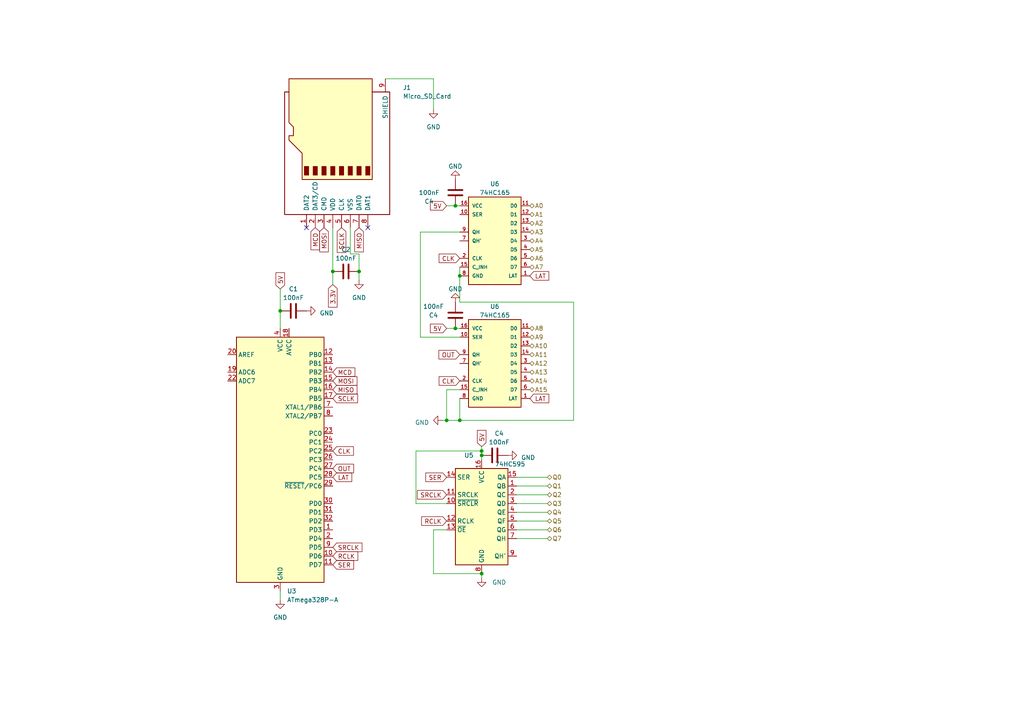
<source format=kicad_sch>
(kicad_sch (version 20230121) (generator eeschema)

  (uuid 868e28ef-dd19-4940-88eb-0fb0a1be87fa)

  (paper "A4")

  (lib_symbols
    (symbol "74xx:74HC595" (in_bom yes) (on_board yes)
      (property "Reference" "U" (at -7.62 13.97 0)
        (effects (font (size 1.27 1.27)))
      )
      (property "Value" "74HC595" (at -7.62 -16.51 0)
        (effects (font (size 1.27 1.27)))
      )
      (property "Footprint" "" (at 0 0 0)
        (effects (font (size 1.27 1.27)) hide)
      )
      (property "Datasheet" "http://www.ti.com/lit/ds/symlink/sn74hc595.pdf" (at 0 0 0)
        (effects (font (size 1.27 1.27)) hide)
      )
      (property "ki_keywords" "HCMOS SR 3State" (at 0 0 0)
        (effects (font (size 1.27 1.27)) hide)
      )
      (property "ki_description" "8-bit serial in/out Shift Register 3-State Outputs" (at 0 0 0)
        (effects (font (size 1.27 1.27)) hide)
      )
      (property "ki_fp_filters" "DIP*W7.62mm* SOIC*3.9x9.9mm*P1.27mm* TSSOP*4.4x5mm*P0.65mm* SOIC*5.3x10.2mm*P1.27mm* SOIC*7.5x10.3mm*P1.27mm*" (at 0 0 0)
        (effects (font (size 1.27 1.27)) hide)
      )
      (symbol "74HC595_1_0"
        (pin tri_state line (at 10.16 7.62 180) (length 2.54)
          (name "QB" (effects (font (size 1.27 1.27))))
          (number "1" (effects (font (size 1.27 1.27))))
        )
        (pin input line (at -10.16 2.54 0) (length 2.54)
          (name "~{SRCLR}" (effects (font (size 1.27 1.27))))
          (number "10" (effects (font (size 1.27 1.27))))
        )
        (pin input line (at -10.16 5.08 0) (length 2.54)
          (name "SRCLK" (effects (font (size 1.27 1.27))))
          (number "11" (effects (font (size 1.27 1.27))))
        )
        (pin input line (at -10.16 -2.54 0) (length 2.54)
          (name "RCLK" (effects (font (size 1.27 1.27))))
          (number "12" (effects (font (size 1.27 1.27))))
        )
        (pin input line (at -10.16 -5.08 0) (length 2.54)
          (name "~{OE}" (effects (font (size 1.27 1.27))))
          (number "13" (effects (font (size 1.27 1.27))))
        )
        (pin input line (at -10.16 10.16 0) (length 2.54)
          (name "SER" (effects (font (size 1.27 1.27))))
          (number "14" (effects (font (size 1.27 1.27))))
        )
        (pin tri_state line (at 10.16 10.16 180) (length 2.54)
          (name "QA" (effects (font (size 1.27 1.27))))
          (number "15" (effects (font (size 1.27 1.27))))
        )
        (pin power_in line (at 0 15.24 270) (length 2.54)
          (name "VCC" (effects (font (size 1.27 1.27))))
          (number "16" (effects (font (size 1.27 1.27))))
        )
        (pin tri_state line (at 10.16 5.08 180) (length 2.54)
          (name "QC" (effects (font (size 1.27 1.27))))
          (number "2" (effects (font (size 1.27 1.27))))
        )
        (pin tri_state line (at 10.16 2.54 180) (length 2.54)
          (name "QD" (effects (font (size 1.27 1.27))))
          (number "3" (effects (font (size 1.27 1.27))))
        )
        (pin tri_state line (at 10.16 0 180) (length 2.54)
          (name "QE" (effects (font (size 1.27 1.27))))
          (number "4" (effects (font (size 1.27 1.27))))
        )
        (pin tri_state line (at 10.16 -2.54 180) (length 2.54)
          (name "QF" (effects (font (size 1.27 1.27))))
          (number "5" (effects (font (size 1.27 1.27))))
        )
        (pin tri_state line (at 10.16 -5.08 180) (length 2.54)
          (name "QG" (effects (font (size 1.27 1.27))))
          (number "6" (effects (font (size 1.27 1.27))))
        )
        (pin tri_state line (at 10.16 -7.62 180) (length 2.54)
          (name "QH" (effects (font (size 1.27 1.27))))
          (number "7" (effects (font (size 1.27 1.27))))
        )
        (pin power_in line (at 0 -17.78 90) (length 2.54)
          (name "GND" (effects (font (size 1.27 1.27))))
          (number "8" (effects (font (size 1.27 1.27))))
        )
        (pin output line (at 10.16 -12.7 180) (length 2.54)
          (name "QH'" (effects (font (size 1.27 1.27))))
          (number "9" (effects (font (size 1.27 1.27))))
        )
      )
      (symbol "74HC595_1_1"
        (rectangle (start -7.62 12.7) (end 7.62 -15.24)
          (stroke (width 0.254) (type default))
          (fill (type background))
        )
      )
    )
    (symbol "Connector:Micro_SD_Card" (pin_names (offset 1.016)) (in_bom yes) (on_board yes)
      (property "Reference" "J" (at -16.51 15.24 0)
        (effects (font (size 1.27 1.27)))
      )
      (property "Value" "Micro_SD_Card" (at 16.51 15.24 0)
        (effects (font (size 1.27 1.27)) (justify right))
      )
      (property "Footprint" "" (at 29.21 7.62 0)
        (effects (font (size 1.27 1.27)) hide)
      )
      (property "Datasheet" "http://katalog.we-online.de/em/datasheet/693072010801.pdf" (at 0 0 0)
        (effects (font (size 1.27 1.27)) hide)
      )
      (property "ki_keywords" "connector SD microsd" (at 0 0 0)
        (effects (font (size 1.27 1.27)) hide)
      )
      (property "ki_description" "Micro SD Card Socket" (at 0 0 0)
        (effects (font (size 1.27 1.27)) hide)
      )
      (property "ki_fp_filters" "microSD*" (at 0 0 0)
        (effects (font (size 1.27 1.27)) hide)
      )
      (symbol "Micro_SD_Card_0_1"
        (rectangle (start -7.62 -9.525) (end -5.08 -10.795)
          (stroke (width 0) (type default))
          (fill (type outline))
        )
        (rectangle (start -7.62 -6.985) (end -5.08 -8.255)
          (stroke (width 0) (type default))
          (fill (type outline))
        )
        (rectangle (start -7.62 -4.445) (end -5.08 -5.715)
          (stroke (width 0) (type default))
          (fill (type outline))
        )
        (rectangle (start -7.62 -1.905) (end -5.08 -3.175)
          (stroke (width 0) (type default))
          (fill (type outline))
        )
        (rectangle (start -7.62 0.635) (end -5.08 -0.635)
          (stroke (width 0) (type default))
          (fill (type outline))
        )
        (rectangle (start -7.62 3.175) (end -5.08 1.905)
          (stroke (width 0) (type default))
          (fill (type outline))
        )
        (rectangle (start -7.62 5.715) (end -5.08 4.445)
          (stroke (width 0) (type default))
          (fill (type outline))
        )
        (rectangle (start -7.62 8.255) (end -5.08 6.985)
          (stroke (width 0) (type default))
          (fill (type outline))
        )
        (polyline
          (pts
            (xy 16.51 12.7)
            (xy 16.51 13.97)
            (xy -19.05 13.97)
            (xy -19.05 -16.51)
            (xy 16.51 -16.51)
            (xy 16.51 -11.43)
          )
          (stroke (width 0.254) (type default))
          (fill (type none))
        )
        (polyline
          (pts
            (xy -8.89 -11.43)
            (xy -8.89 8.89)
            (xy -1.27 8.89)
            (xy 2.54 12.7)
            (xy 3.81 12.7)
            (xy 3.81 11.43)
            (xy 6.35 11.43)
            (xy 7.62 12.7)
            (xy 20.32 12.7)
            (xy 20.32 -11.43)
            (xy -8.89 -11.43)
          )
          (stroke (width 0.254) (type default))
          (fill (type background))
        )
      )
      (symbol "Micro_SD_Card_1_1"
        (pin bidirectional line (at -22.86 7.62 0) (length 3.81)
          (name "DAT2" (effects (font (size 1.27 1.27))))
          (number "1" (effects (font (size 1.27 1.27))))
        )
        (pin bidirectional line (at -22.86 5.08 0) (length 3.81)
          (name "DAT3/CD" (effects (font (size 1.27 1.27))))
          (number "2" (effects (font (size 1.27 1.27))))
        )
        (pin input line (at -22.86 2.54 0) (length 3.81)
          (name "CMD" (effects (font (size 1.27 1.27))))
          (number "3" (effects (font (size 1.27 1.27))))
        )
        (pin power_in line (at -22.86 0 0) (length 3.81)
          (name "VDD" (effects (font (size 1.27 1.27))))
          (number "4" (effects (font (size 1.27 1.27))))
        )
        (pin input line (at -22.86 -2.54 0) (length 3.81)
          (name "CLK" (effects (font (size 1.27 1.27))))
          (number "5" (effects (font (size 1.27 1.27))))
        )
        (pin power_in line (at -22.86 -5.08 0) (length 3.81)
          (name "VSS" (effects (font (size 1.27 1.27))))
          (number "6" (effects (font (size 1.27 1.27))))
        )
        (pin bidirectional line (at -22.86 -7.62 0) (length 3.81)
          (name "DAT0" (effects (font (size 1.27 1.27))))
          (number "7" (effects (font (size 1.27 1.27))))
        )
        (pin bidirectional line (at -22.86 -10.16 0) (length 3.81)
          (name "DAT1" (effects (font (size 1.27 1.27))))
          (number "8" (effects (font (size 1.27 1.27))))
        )
        (pin passive line (at 20.32 -15.24 180) (length 3.81)
          (name "SHIELD" (effects (font (size 1.27 1.27))))
          (number "9" (effects (font (size 1.27 1.27))))
        )
      )
    )
    (symbol "Device:C" (pin_numbers hide) (pin_names (offset 0.254)) (in_bom yes) (on_board yes)
      (property "Reference" "C" (at 0.635 2.54 0)
        (effects (font (size 1.27 1.27)) (justify left))
      )
      (property "Value" "C" (at 0.635 -2.54 0)
        (effects (font (size 1.27 1.27)) (justify left))
      )
      (property "Footprint" "" (at 0.9652 -3.81 0)
        (effects (font (size 1.27 1.27)) hide)
      )
      (property "Datasheet" "~" (at 0 0 0)
        (effects (font (size 1.27 1.27)) hide)
      )
      (property "ki_keywords" "cap capacitor" (at 0 0 0)
        (effects (font (size 1.27 1.27)) hide)
      )
      (property "ki_description" "Unpolarized capacitor" (at 0 0 0)
        (effects (font (size 1.27 1.27)) hide)
      )
      (property "ki_fp_filters" "C_*" (at 0 0 0)
        (effects (font (size 1.27 1.27)) hide)
      )
      (symbol "C_0_1"
        (polyline
          (pts
            (xy -2.032 -0.762)
            (xy 2.032 -0.762)
          )
          (stroke (width 0.508) (type default))
          (fill (type none))
        )
        (polyline
          (pts
            (xy -2.032 0.762)
            (xy 2.032 0.762)
          )
          (stroke (width 0.508) (type default))
          (fill (type none))
        )
      )
      (symbol "C_1_1"
        (pin passive line (at 0 3.81 270) (length 2.794)
          (name "~" (effects (font (size 1.27 1.27))))
          (number "1" (effects (font (size 1.27 1.27))))
        )
        (pin passive line (at 0 -3.81 90) (length 2.794)
          (name "~" (effects (font (size 1.27 1.27))))
          (number "2" (effects (font (size 1.27 1.27))))
        )
      )
    )
    (symbol "IO_parts:74HC165" (pin_names (offset 1.016)) (in_bom yes) (on_board yes)
      (property "Reference" "U" (at -7.6307 20.3485 0)
        (effects (font (size 1.27 1.27)) (justify left bottom))
      )
      (property "Value" "74HC165" (at -7.6314 17.8066 0)
        (effects (font (size 1.27 1.27)) (justify left bottom))
      )
      (property "Footprint" "" (at 0 0 0)
        (effects (font (size 1.27 1.27)) hide)
      )
      (property "Datasheet" "" (at 0 0 0)
        (effects (font (size 1.27 1.27)) hide)
      )
      (symbol "74HC165_0_0"
        (rectangle (start -7.62 -7.62) (end 7.62 17.78)
          (stroke (width 0.254) (type default))
          (fill (type background))
        )
        (pin bidirectional line (at 10.16 -5.08 180) (length 2.54)
          (name "LAT" (effects (font (size 1.016 1.016))))
          (number "1" (effects (font (size 1.016 1.016))))
        )
        (pin bidirectional line (at -10.16 12.7 0) (length 2.54)
          (name "SER" (effects (font (size 1.016 1.016))))
          (number "10" (effects (font (size 1.016 1.016))))
        )
        (pin bidirectional line (at 10.16 15.24 180) (length 2.54)
          (name "D0" (effects (font (size 1.016 1.016))))
          (number "11" (effects (font (size 1.016 1.016))))
        )
        (pin bidirectional line (at 10.16 12.7 180) (length 2.54)
          (name "D1" (effects (font (size 1.016 1.016))))
          (number "12" (effects (font (size 1.016 1.016))))
        )
        (pin bidirectional line (at 10.16 10.16 180) (length 2.54)
          (name "D2" (effects (font (size 1.016 1.016))))
          (number "13" (effects (font (size 1.016 1.016))))
        )
        (pin bidirectional line (at 10.16 7.62 180) (length 2.54)
          (name "D3" (effects (font (size 1.016 1.016))))
          (number "14" (effects (font (size 1.016 1.016))))
        )
        (pin bidirectional line (at -10.16 -2.54 0) (length 2.54)
          (name "C_INH" (effects (font (size 1.016 1.016))))
          (number "15" (effects (font (size 1.016 1.016))))
        )
        (pin bidirectional line (at -10.16 15.24 0) (length 2.54)
          (name "VCC" (effects (font (size 1.016 1.016))))
          (number "16" (effects (font (size 1.016 1.016))))
        )
        (pin bidirectional line (at -10.16 0 0) (length 2.54)
          (name "CLK" (effects (font (size 1.016 1.016))))
          (number "2" (effects (font (size 1.016 1.016))))
        )
        (pin bidirectional line (at 10.16 5.08 180) (length 2.54)
          (name "D4" (effects (font (size 1.016 1.016))))
          (number "3" (effects (font (size 1.016 1.016))))
        )
        (pin bidirectional line (at 10.16 2.54 180) (length 2.54)
          (name "D5" (effects (font (size 1.016 1.016))))
          (number "4" (effects (font (size 1.016 1.016))))
        )
        (pin bidirectional line (at 10.16 0 180) (length 2.54)
          (name "D6" (effects (font (size 1.016 1.016))))
          (number "5" (effects (font (size 1.016 1.016))))
        )
        (pin bidirectional line (at 10.16 -2.54 180) (length 2.54)
          (name "D7" (effects (font (size 1.016 1.016))))
          (number "6" (effects (font (size 1.016 1.016))))
        )
        (pin bidirectional line (at -10.16 5.08 0) (length 2.54)
          (name "QH'" (effects (font (size 1.016 1.016))))
          (number "7" (effects (font (size 1.016 1.016))))
        )
        (pin bidirectional line (at -10.16 -5.08 0) (length 2.54)
          (name "GND" (effects (font (size 1.016 1.016))))
          (number "8" (effects (font (size 1.016 1.016))))
        )
        (pin bidirectional line (at -10.16 7.62 0) (length 2.54)
          (name "QH" (effects (font (size 1.016 1.016))))
          (number "9" (effects (font (size 1.016 1.016))))
        )
      )
    )
    (symbol "MCU_Microchip_ATmega:ATmega328P-A" (in_bom yes) (on_board yes)
      (property "Reference" "U" (at -12.7 36.83 0)
        (effects (font (size 1.27 1.27)) (justify left bottom))
      )
      (property "Value" "ATmega328P-A" (at 2.54 -36.83 0)
        (effects (font (size 1.27 1.27)) (justify left top))
      )
      (property "Footprint" "Package_QFP:TQFP-32_7x7mm_P0.8mm" (at 0 0 0)
        (effects (font (size 1.27 1.27) italic) hide)
      )
      (property "Datasheet" "http://ww1.microchip.com/downloads/en/DeviceDoc/ATmega328_P%20AVR%20MCU%20with%20picoPower%20Technology%20Data%20Sheet%2040001984A.pdf" (at 0 0 0)
        (effects (font (size 1.27 1.27)) hide)
      )
      (property "ki_keywords" "AVR 8bit Microcontroller MegaAVR PicoPower" (at 0 0 0)
        (effects (font (size 1.27 1.27)) hide)
      )
      (property "ki_description" "20MHz, 32kB Flash, 2kB SRAM, 1kB EEPROM, TQFP-32" (at 0 0 0)
        (effects (font (size 1.27 1.27)) hide)
      )
      (property "ki_fp_filters" "TQFP*7x7mm*P0.8mm*" (at 0 0 0)
        (effects (font (size 1.27 1.27)) hide)
      )
      (symbol "ATmega328P-A_0_1"
        (rectangle (start -12.7 -35.56) (end 12.7 35.56)
          (stroke (width 0.254) (type default))
          (fill (type background))
        )
      )
      (symbol "ATmega328P-A_1_1"
        (pin bidirectional line (at 15.24 -20.32 180) (length 2.54)
          (name "PD3" (effects (font (size 1.27 1.27))))
          (number "1" (effects (font (size 1.27 1.27))))
        )
        (pin bidirectional line (at 15.24 -27.94 180) (length 2.54)
          (name "PD6" (effects (font (size 1.27 1.27))))
          (number "10" (effects (font (size 1.27 1.27))))
        )
        (pin bidirectional line (at 15.24 -30.48 180) (length 2.54)
          (name "PD7" (effects (font (size 1.27 1.27))))
          (number "11" (effects (font (size 1.27 1.27))))
        )
        (pin bidirectional line (at 15.24 30.48 180) (length 2.54)
          (name "PB0" (effects (font (size 1.27 1.27))))
          (number "12" (effects (font (size 1.27 1.27))))
        )
        (pin bidirectional line (at 15.24 27.94 180) (length 2.54)
          (name "PB1" (effects (font (size 1.27 1.27))))
          (number "13" (effects (font (size 1.27 1.27))))
        )
        (pin bidirectional line (at 15.24 25.4 180) (length 2.54)
          (name "PB2" (effects (font (size 1.27 1.27))))
          (number "14" (effects (font (size 1.27 1.27))))
        )
        (pin bidirectional line (at 15.24 22.86 180) (length 2.54)
          (name "PB3" (effects (font (size 1.27 1.27))))
          (number "15" (effects (font (size 1.27 1.27))))
        )
        (pin bidirectional line (at 15.24 20.32 180) (length 2.54)
          (name "PB4" (effects (font (size 1.27 1.27))))
          (number "16" (effects (font (size 1.27 1.27))))
        )
        (pin bidirectional line (at 15.24 17.78 180) (length 2.54)
          (name "PB5" (effects (font (size 1.27 1.27))))
          (number "17" (effects (font (size 1.27 1.27))))
        )
        (pin power_in line (at 2.54 38.1 270) (length 2.54)
          (name "AVCC" (effects (font (size 1.27 1.27))))
          (number "18" (effects (font (size 1.27 1.27))))
        )
        (pin input line (at -15.24 25.4 0) (length 2.54)
          (name "ADC6" (effects (font (size 1.27 1.27))))
          (number "19" (effects (font (size 1.27 1.27))))
        )
        (pin bidirectional line (at 15.24 -22.86 180) (length 2.54)
          (name "PD4" (effects (font (size 1.27 1.27))))
          (number "2" (effects (font (size 1.27 1.27))))
        )
        (pin passive line (at -15.24 30.48 0) (length 2.54)
          (name "AREF" (effects (font (size 1.27 1.27))))
          (number "20" (effects (font (size 1.27 1.27))))
        )
        (pin passive line (at 0 -38.1 90) (length 2.54) hide
          (name "GND" (effects (font (size 1.27 1.27))))
          (number "21" (effects (font (size 1.27 1.27))))
        )
        (pin input line (at -15.24 22.86 0) (length 2.54)
          (name "ADC7" (effects (font (size 1.27 1.27))))
          (number "22" (effects (font (size 1.27 1.27))))
        )
        (pin bidirectional line (at 15.24 7.62 180) (length 2.54)
          (name "PC0" (effects (font (size 1.27 1.27))))
          (number "23" (effects (font (size 1.27 1.27))))
        )
        (pin bidirectional line (at 15.24 5.08 180) (length 2.54)
          (name "PC1" (effects (font (size 1.27 1.27))))
          (number "24" (effects (font (size 1.27 1.27))))
        )
        (pin bidirectional line (at 15.24 2.54 180) (length 2.54)
          (name "PC2" (effects (font (size 1.27 1.27))))
          (number "25" (effects (font (size 1.27 1.27))))
        )
        (pin bidirectional line (at 15.24 0 180) (length 2.54)
          (name "PC3" (effects (font (size 1.27 1.27))))
          (number "26" (effects (font (size 1.27 1.27))))
        )
        (pin bidirectional line (at 15.24 -2.54 180) (length 2.54)
          (name "PC4" (effects (font (size 1.27 1.27))))
          (number "27" (effects (font (size 1.27 1.27))))
        )
        (pin bidirectional line (at 15.24 -5.08 180) (length 2.54)
          (name "PC5" (effects (font (size 1.27 1.27))))
          (number "28" (effects (font (size 1.27 1.27))))
        )
        (pin bidirectional line (at 15.24 -7.62 180) (length 2.54)
          (name "~{RESET}/PC6" (effects (font (size 1.27 1.27))))
          (number "29" (effects (font (size 1.27 1.27))))
        )
        (pin power_in line (at 0 -38.1 90) (length 2.54)
          (name "GND" (effects (font (size 1.27 1.27))))
          (number "3" (effects (font (size 1.27 1.27))))
        )
        (pin bidirectional line (at 15.24 -12.7 180) (length 2.54)
          (name "PD0" (effects (font (size 1.27 1.27))))
          (number "30" (effects (font (size 1.27 1.27))))
        )
        (pin bidirectional line (at 15.24 -15.24 180) (length 2.54)
          (name "PD1" (effects (font (size 1.27 1.27))))
          (number "31" (effects (font (size 1.27 1.27))))
        )
        (pin bidirectional line (at 15.24 -17.78 180) (length 2.54)
          (name "PD2" (effects (font (size 1.27 1.27))))
          (number "32" (effects (font (size 1.27 1.27))))
        )
        (pin power_in line (at 0 38.1 270) (length 2.54)
          (name "VCC" (effects (font (size 1.27 1.27))))
          (number "4" (effects (font (size 1.27 1.27))))
        )
        (pin passive line (at 0 -38.1 90) (length 2.54) hide
          (name "GND" (effects (font (size 1.27 1.27))))
          (number "5" (effects (font (size 1.27 1.27))))
        )
        (pin passive line (at 0 38.1 270) (length 2.54) hide
          (name "VCC" (effects (font (size 1.27 1.27))))
          (number "6" (effects (font (size 1.27 1.27))))
        )
        (pin bidirectional line (at 15.24 15.24 180) (length 2.54)
          (name "XTAL1/PB6" (effects (font (size 1.27 1.27))))
          (number "7" (effects (font (size 1.27 1.27))))
        )
        (pin bidirectional line (at 15.24 12.7 180) (length 2.54)
          (name "XTAL2/PB7" (effects (font (size 1.27 1.27))))
          (number "8" (effects (font (size 1.27 1.27))))
        )
        (pin bidirectional line (at 15.24 -25.4 180) (length 2.54)
          (name "PD5" (effects (font (size 1.27 1.27))))
          (number "9" (effects (font (size 1.27 1.27))))
        )
      )
    )
    (symbol "power:GND" (power) (pin_names (offset 0)) (in_bom yes) (on_board yes)
      (property "Reference" "#PWR" (at 0 -6.35 0)
        (effects (font (size 1.27 1.27)) hide)
      )
      (property "Value" "GND" (at 0 -3.81 0)
        (effects (font (size 1.27 1.27)))
      )
      (property "Footprint" "" (at 0 0 0)
        (effects (font (size 1.27 1.27)) hide)
      )
      (property "Datasheet" "" (at 0 0 0)
        (effects (font (size 1.27 1.27)) hide)
      )
      (property "ki_keywords" "global power" (at 0 0 0)
        (effects (font (size 1.27 1.27)) hide)
      )
      (property "ki_description" "Power symbol creates a global label with name \"GND\" , ground" (at 0 0 0)
        (effects (font (size 1.27 1.27)) hide)
      )
      (symbol "GND_0_1"
        (polyline
          (pts
            (xy 0 0)
            (xy 0 -1.27)
            (xy 1.27 -1.27)
            (xy 0 -2.54)
            (xy -1.27 -1.27)
            (xy 0 -1.27)
          )
          (stroke (width 0) (type default))
          (fill (type none))
        )
      )
      (symbol "GND_1_1"
        (pin power_in line (at 0 0 270) (length 0) hide
          (name "GND" (effects (font (size 1.27 1.27))))
          (number "1" (effects (font (size 1.27 1.27))))
        )
      )
    )
  )

  (junction (at 132.08 95.25) (diameter 0) (color 0 0 0 0)
    (uuid 0e885de7-f000-455f-b3fc-889114853298)
  )
  (junction (at 104.14 78.74) (diameter 0) (color 0 0 0 0)
    (uuid 2013afe6-fe7f-465a-8fd8-f7e778406f36)
  )
  (junction (at 129.54 121.92) (diameter 0) (color 0 0 0 0)
    (uuid 417b443d-6b68-4b3b-b908-b6e04bbbda2c)
  )
  (junction (at 139.7 132.08) (diameter 0) (color 0 0 0 0)
    (uuid 4c7c2c34-8e98-4a42-8ab7-85fc0d64722a)
  )
  (junction (at 139.7 166.37) (diameter 0) (color 0 0 0 0)
    (uuid 7d8202a0-2aa7-4f4d-b830-a832ec28ad5e)
  )
  (junction (at 133.35 80.01) (diameter 0) (color 0 0 0 0)
    (uuid 8670b2b7-85e4-4047-aa87-6fdb424501ba)
  )
  (junction (at 132.08 59.69) (diameter 0) (color 0 0 0 0)
    (uuid a71616dd-3605-48f0-a96e-2a971dd4c678)
  )
  (junction (at 96.52 78.74) (diameter 0) (color 0 0 0 0)
    (uuid ae344aee-29a0-4c8c-890b-d6f76f6d8754)
  )
  (junction (at 139.7 130.81) (diameter 0) (color 0 0 0 0)
    (uuid e77e0dfc-be5c-4e82-b060-672c8a88c36c)
  )
  (junction (at 81.28 90.17) (diameter 0) (color 0 0 0 0)
    (uuid f3f143b6-1cc4-4628-8e2f-e45b8cc99ef5)
  )
  (junction (at 133.35 121.92) (diameter 0) (color 0 0 0 0)
    (uuid fe77c58a-95e7-4128-8d37-4c13947fa86a)
  )

  (no_connect (at 106.68 66.04) (uuid 21f63ff4-8fbd-4553-9e23-492f931550ec))
  (no_connect (at 88.9 66.04) (uuid cf907e76-f70f-4449-9349-a1d0a75a0a09))

  (wire (pts (xy 120.65 146.05) (xy 129.54 146.05))
    (stroke (width 0) (type default))
    (uuid 03707600-1d0e-46de-88f1-b243f3c5ad2c)
  )
  (wire (pts (xy 139.7 132.08) (xy 139.7 133.35))
    (stroke (width 0) (type default))
    (uuid 06c177ce-41cf-40f0-84cd-c2571d6a5022)
  )
  (wire (pts (xy 101.6 73.66) (xy 104.14 73.66))
    (stroke (width 0) (type default))
    (uuid 0d16afff-3ed5-4f50-bdf0-b36ac2f18cdb)
  )
  (wire (pts (xy 133.35 67.31) (xy 121.92 67.31))
    (stroke (width 0) (type default))
    (uuid 0d9cf4fd-77df-4915-a5a6-d90757ec0350)
  )
  (wire (pts (xy 81.28 90.17) (xy 81.28 95.25))
    (stroke (width 0) (type default))
    (uuid 0e6a24ba-5453-4d58-805b-6c9195dd013c)
  )
  (wire (pts (xy 129.54 121.92) (xy 133.35 121.92))
    (stroke (width 0) (type default))
    (uuid 0f35f2b8-d903-4667-a1cc-ddeabffb3c1c)
  )
  (wire (pts (xy 96.52 78.74) (xy 96.52 82.55))
    (stroke (width 0) (type default))
    (uuid 11348249-175b-4041-ae3d-b3ff3c5ed0a5)
  )
  (wire (pts (xy 149.86 153.67) (xy 158.75 153.67))
    (stroke (width 0) (type default))
    (uuid 1774bb78-e2aa-4d5b-8166-b66cef2871d1)
  )
  (wire (pts (xy 132.08 95.25) (xy 133.35 95.25))
    (stroke (width 0) (type default))
    (uuid 1fff1110-5144-4e62-b790-7449c2a1efa5)
  )
  (wire (pts (xy 129.54 59.69) (xy 132.08 59.69))
    (stroke (width 0) (type default))
    (uuid 2405ad4b-8239-48de-8118-d4657dd657aa)
  )
  (wire (pts (xy 149.86 156.21) (xy 158.75 156.21))
    (stroke (width 0) (type default))
    (uuid 2a81ccee-1ddd-4463-b0c9-4df39592b2c5)
  )
  (wire (pts (xy 104.14 78.74) (xy 104.14 81.28))
    (stroke (width 0) (type default))
    (uuid 2aa0d35e-9f75-471e-99b8-e95553c7b59f)
  )
  (wire (pts (xy 149.86 151.13) (xy 158.75 151.13))
    (stroke (width 0) (type default))
    (uuid 307d9f2d-d920-4f67-a6fc-9c9c10f25110)
  )
  (wire (pts (xy 101.6 66.04) (xy 101.6 73.66))
    (stroke (width 0) (type default))
    (uuid 3853d982-d11c-42d3-8a4f-752a11a634f5)
  )
  (wire (pts (xy 121.92 97.79) (xy 133.35 97.79))
    (stroke (width 0) (type default))
    (uuid 403c9ddb-20cf-4be9-8c37-5a8c1fbc889c)
  )
  (wire (pts (xy 129.54 153.67) (xy 125.73 153.67))
    (stroke (width 0) (type default))
    (uuid 42e7a40c-7451-4b0e-a9e7-32a9e4088b0a)
  )
  (wire (pts (xy 104.14 73.66) (xy 104.14 78.74))
    (stroke (width 0) (type default))
    (uuid 4fbf50bf-0ad6-4667-b73d-87a74fd6a761)
  )
  (wire (pts (xy 149.86 148.59) (xy 158.75 148.59))
    (stroke (width 0) (type default))
    (uuid 5e2f2bd5-3868-46cb-b046-fbaebf3859fc)
  )
  (wire (pts (xy 133.35 113.03) (xy 129.54 113.03))
    (stroke (width 0) (type default))
    (uuid 61ba4965-7602-4a86-bb4e-1aeefb3b325d)
  )
  (wire (pts (xy 129.54 113.03) (xy 129.54 121.92))
    (stroke (width 0) (type default))
    (uuid 630a2c7e-b101-4cb1-becf-72cb6be66a39)
  )
  (wire (pts (xy 149.86 146.05) (xy 158.75 146.05))
    (stroke (width 0) (type default))
    (uuid 66576d3d-f134-4a9c-ba89-d8b2ede23e0f)
  )
  (wire (pts (xy 133.35 121.92) (xy 166.37 121.92))
    (stroke (width 0) (type default))
    (uuid 6725407d-5ac0-4cb5-af1d-006e590d9dd4)
  )
  (wire (pts (xy 121.92 67.31) (xy 121.92 97.79))
    (stroke (width 0) (type default))
    (uuid 6eed5336-853a-439d-a4d2-2f4905f0abbf)
  )
  (wire (pts (xy 149.86 140.97) (xy 158.75 140.97))
    (stroke (width 0) (type default))
    (uuid 7982d111-0a67-4a3e-a154-4c4ca11ad176)
  )
  (wire (pts (xy 129.54 95.25) (xy 132.08 95.25))
    (stroke (width 0) (type default))
    (uuid 81f54837-da6b-4877-90e6-cc1d900f23f5)
  )
  (wire (pts (xy 125.73 153.67) (xy 125.73 166.37))
    (stroke (width 0) (type default))
    (uuid 83dcc66f-a416-4640-a1a7-eb74d4dbbcf6)
  )
  (wire (pts (xy 133.35 87.63) (xy 166.37 87.63))
    (stroke (width 0) (type default))
    (uuid 8ac687c8-845d-4ed5-8759-876944907a53)
  )
  (wire (pts (xy 81.28 173.99) (xy 81.28 171.45))
    (stroke (width 0) (type default))
    (uuid 8ef5531b-ebf0-47e8-96cf-2a014dc6b7ee)
  )
  (wire (pts (xy 139.7 166.37) (xy 139.7 167.64))
    (stroke (width 0) (type default))
    (uuid 94bcb31d-2972-472d-a1fa-92bb0eb738ab)
  )
  (wire (pts (xy 133.35 77.47) (xy 133.35 80.01))
    (stroke (width 0) (type default))
    (uuid 94d7cbb8-8f4f-4c9e-8575-e9cce5e339b1)
  )
  (wire (pts (xy 149.86 138.43) (xy 158.75 138.43))
    (stroke (width 0) (type default))
    (uuid afd9f590-99a9-4c6c-8ede-df5e402daa69)
  )
  (wire (pts (xy 139.7 129.54) (xy 139.7 130.81))
    (stroke (width 0) (type default))
    (uuid b097ee8c-94d6-4485-99f3-870d056110f7)
  )
  (wire (pts (xy 133.35 115.57) (xy 133.35 121.92))
    (stroke (width 0) (type default))
    (uuid bfbd37f2-fc9c-4446-8106-b98725abece8)
  )
  (wire (pts (xy 81.28 83.82) (xy 81.28 90.17))
    (stroke (width 0) (type default))
    (uuid d32ab0a3-f09c-4781-b075-ce84ddc68342)
  )
  (wire (pts (xy 111.76 22.86) (xy 125.73 22.86))
    (stroke (width 0) (type default))
    (uuid d6ce42ea-6921-40a8-b82f-db8eadf1fbe3)
  )
  (wire (pts (xy 96.52 66.04) (xy 96.52 78.74))
    (stroke (width 0) (type default))
    (uuid db78744d-7ab9-4b2d-a5a3-502ed14a2560)
  )
  (wire (pts (xy 133.35 80.01) (xy 133.35 87.63))
    (stroke (width 0) (type default))
    (uuid dc78365f-21d7-47e7-8e01-a9fb7c7c9805)
  )
  (wire (pts (xy 149.86 143.51) (xy 158.75 143.51))
    (stroke (width 0) (type default))
    (uuid e1e42c9f-1954-481f-9235-b0636b16dca5)
  )
  (wire (pts (xy 128.27 121.92) (xy 129.54 121.92))
    (stroke (width 0) (type default))
    (uuid e53bed75-cad3-4dac-b66f-249fcfefe27f)
  )
  (wire (pts (xy 139.7 130.81) (xy 139.7 132.08))
    (stroke (width 0) (type default))
    (uuid e8d1a6fc-aee4-45d9-95f4-e67b09c492ef)
  )
  (wire (pts (xy 132.08 59.69) (xy 133.35 59.69))
    (stroke (width 0) (type default))
    (uuid f3ab2080-d2c4-44ed-9f01-2634b38cb93a)
  )
  (wire (pts (xy 166.37 87.63) (xy 166.37 121.92))
    (stroke (width 0) (type default))
    (uuid f3e2d2dc-a1d2-45e0-9e42-852536745a72)
  )
  (wire (pts (xy 139.7 130.81) (xy 120.65 130.81))
    (stroke (width 0) (type default))
    (uuid f6957732-0f78-43d3-a7b0-a9755eb4e007)
  )
  (wire (pts (xy 125.73 22.86) (xy 125.73 31.75))
    (stroke (width 0) (type default))
    (uuid fd78605d-9f95-4fe3-bfa5-ee8b4fe8ed10)
  )
  (wire (pts (xy 125.73 166.37) (xy 139.7 166.37))
    (stroke (width 0) (type default))
    (uuid fdc6754a-d4f1-478a-a7e4-2d0542675c59)
  )
  (wire (pts (xy 120.65 130.81) (xy 120.65 146.05))
    (stroke (width 0) (type default))
    (uuid ffeb19f1-f6e3-47c6-8f34-0c59496ed6cc)
  )

  (global_label "RCLK" (shape input) (at 129.54 151.13 180) (fields_autoplaced)
    (effects (font (size 1.27 1.27)) (justify right))
    (uuid 01997fa4-485b-49d4-a759-f5d4a42148f5)
    (property "Intersheetrefs" "${INTERSHEET_REFS}" (at 121.7961 151.13 0)
      (effects (font (size 1.27 1.27)) (justify right) hide)
    )
  )
  (global_label "SRCLK" (shape input) (at 96.52 158.75 0) (fields_autoplaced)
    (effects (font (size 1.27 1.27)) (justify left))
    (uuid 1b4f0be5-c034-40c1-880c-137ff69c70ce)
    (property "Intersheetrefs" "${INTERSHEET_REFS}" (at 105.4734 158.75 0)
      (effects (font (size 1.27 1.27)) (justify left) hide)
    )
  )
  (global_label "5V" (shape input) (at 139.7 129.54 90) (fields_autoplaced)
    (effects (font (size 1.27 1.27)) (justify left))
    (uuid 23bcec0e-0d19-4802-a2f0-2b1f47f979ee)
    (property "Intersheetrefs" "${INTERSHEET_REFS}" (at 139.7 124.3361 90)
      (effects (font (size 1.27 1.27)) (justify left) hide)
    )
  )
  (global_label "LAT" (shape input) (at 153.67 115.57 0) (fields_autoplaced)
    (effects (font (size 1.27 1.27)) (justify left))
    (uuid 2df2da22-9171-4ea9-8add-11e8c570531b)
    (property "Intersheetrefs" "${INTERSHEET_REFS}" (at 159.6601 115.57 0)
      (effects (font (size 1.27 1.27)) (justify left) hide)
    )
  )
  (global_label "5V" (shape input) (at 129.54 59.69 180) (fields_autoplaced)
    (effects (font (size 1.27 1.27)) (justify right))
    (uuid 314f6772-cbd7-41f3-979a-25625828b671)
    (property "Intersheetrefs" "${INTERSHEET_REFS}" (at 124.3361 59.69 0)
      (effects (font (size 1.27 1.27)) (justify right) hide)
    )
  )
  (global_label "MISO" (shape input) (at 104.14 66.04 270) (fields_autoplaced)
    (effects (font (size 1.27 1.27)) (justify right))
    (uuid 380beb76-d3eb-4bf5-8441-ffb71992e1bf)
    (property "Intersheetrefs" "${INTERSHEET_REFS}" (at 104.14 73.542 90)
      (effects (font (size 1.27 1.27)) (justify right) hide)
    )
  )
  (global_label "MOSI" (shape input) (at 96.52 110.49 0) (fields_autoplaced)
    (effects (font (size 1.27 1.27)) (justify left))
    (uuid 3ac87316-a8fd-4737-9cb7-d072bab5f67b)
    (property "Intersheetrefs" "${INTERSHEET_REFS}" (at 104.022 110.49 0)
      (effects (font (size 1.27 1.27)) (justify left) hide)
    )
  )
  (global_label "CLK" (shape input) (at 133.35 74.93 180) (fields_autoplaced)
    (effects (font (size 1.27 1.27)) (justify right))
    (uuid 50df0d45-605b-4cc7-a5ac-cb87edd6b1f2)
    (property "Intersheetrefs" "${INTERSHEET_REFS}" (at 126.8761 74.93 0)
      (effects (font (size 1.27 1.27)) (justify right) hide)
    )
  )
  (global_label "3.3V" (shape input) (at 96.52 82.55 270) (fields_autoplaced)
    (effects (font (size 1.27 1.27)) (justify right))
    (uuid 52281ad2-b1fc-4512-bcae-a50d478514e2)
    (property "Intersheetrefs" "${INTERSHEET_REFS}" (at 96.52 89.5682 90)
      (effects (font (size 1.27 1.27)) (justify right) hide)
    )
  )
  (global_label "5V" (shape input) (at 81.28 83.82 90) (fields_autoplaced)
    (effects (font (size 1.27 1.27)) (justify left))
    (uuid 5aede294-3a63-4f95-9a3c-3a802bb3a80f)
    (property "Intersheetrefs" "${INTERSHEET_REFS}" (at 81.28 78.6161 90)
      (effects (font (size 1.27 1.27)) (justify left) hide)
    )
  )
  (global_label "SRCLK" (shape input) (at 129.54 143.51 180) (fields_autoplaced)
    (effects (font (size 1.27 1.27)) (justify right))
    (uuid 72b71c34-f8ad-487b-83ab-847e54711c9d)
    (property "Intersheetrefs" "${INTERSHEET_REFS}" (at 120.5866 143.51 0)
      (effects (font (size 1.27 1.27)) (justify right) hide)
    )
  )
  (global_label "5V" (shape input) (at 129.54 95.25 180) (fields_autoplaced)
    (effects (font (size 1.27 1.27)) (justify right))
    (uuid 79119d11-8bbf-4f50-ac11-a729cc6b1b5c)
    (property "Intersheetrefs" "${INTERSHEET_REFS}" (at 124.3361 95.25 0)
      (effects (font (size 1.27 1.27)) (justify right) hide)
    )
  )
  (global_label "LAT" (shape input) (at 96.52 138.43 0) (fields_autoplaced)
    (effects (font (size 1.27 1.27)) (justify left))
    (uuid 7a4de5c6-1fe1-4f6b-aa0c-3c67f0981b2c)
    (property "Intersheetrefs" "${INTERSHEET_REFS}" (at 102.5101 138.43 0)
      (effects (font (size 1.27 1.27)) (justify left) hide)
    )
  )
  (global_label "MISO" (shape input) (at 96.52 113.03 0) (fields_autoplaced)
    (effects (font (size 1.27 1.27)) (justify left))
    (uuid 84d600bb-4ebe-4c0a-b233-04903e2c8a45)
    (property "Intersheetrefs" "${INTERSHEET_REFS}" (at 104.022 113.03 0)
      (effects (font (size 1.27 1.27)) (justify left) hide)
    )
  )
  (global_label "MOSI" (shape input) (at 93.98 66.04 270) (fields_autoplaced)
    (effects (font (size 1.27 1.27)) (justify right))
    (uuid 84f3cd5a-b588-4e6f-bf30-7b5d0d0a50be)
    (property "Intersheetrefs" "${INTERSHEET_REFS}" (at 93.98 73.542 90)
      (effects (font (size 1.27 1.27)) (justify right) hide)
    )
  )
  (global_label "SCLK" (shape input) (at 99.06 66.04 270) (fields_autoplaced)
    (effects (font (size 1.27 1.27)) (justify right))
    (uuid a9ccb485-3993-4509-98c6-46c431cc192e)
    (property "Intersheetrefs" "${INTERSHEET_REFS}" (at 99.06 73.7234 90)
      (effects (font (size 1.27 1.27)) (justify right) hide)
    )
  )
  (global_label "CLK" (shape input) (at 96.52 130.81 0) (fields_autoplaced)
    (effects (font (size 1.27 1.27)) (justify left))
    (uuid adca73a4-c047-4744-9e9f-5e973f77f7d7)
    (property "Intersheetrefs" "${INTERSHEET_REFS}" (at 102.9939 130.81 0)
      (effects (font (size 1.27 1.27)) (justify left) hide)
    )
  )
  (global_label "SCLK" (shape input) (at 96.52 115.57 0) (fields_autoplaced)
    (effects (font (size 1.27 1.27)) (justify left))
    (uuid b155af19-59ef-4d5f-99a6-cc6919fc7c1a)
    (property "Intersheetrefs" "${INTERSHEET_REFS}" (at 104.2034 115.57 0)
      (effects (font (size 1.27 1.27)) (justify left) hide)
    )
  )
  (global_label "OUT" (shape input) (at 133.35 102.87 180) (fields_autoplaced)
    (effects (font (size 1.27 1.27)) (justify right))
    (uuid b79c733c-3199-4bb4-8d42-fda0fa7f0253)
    (property "Intersheetrefs" "${INTERSHEET_REFS}" (at 126.8156 102.87 0)
      (effects (font (size 1.27 1.27)) (justify right) hide)
    )
  )
  (global_label "SER" (shape input) (at 129.54 138.43 180) (fields_autoplaced)
    (effects (font (size 1.27 1.27)) (justify right))
    (uuid be4565cc-bd70-40bb-8ba1-1bd18b85b9cb)
    (property "Intersheetrefs" "${INTERSHEET_REFS}" (at 123.0057 138.43 0)
      (effects (font (size 1.27 1.27)) (justify right) hide)
    )
  )
  (global_label "OUT" (shape input) (at 96.52 135.89 0) (fields_autoplaced)
    (effects (font (size 1.27 1.27)) (justify left))
    (uuid c0030f9f-f6be-4301-bac6-1ae3998dbb04)
    (property "Intersheetrefs" "${INTERSHEET_REFS}" (at 103.0544 135.89 0)
      (effects (font (size 1.27 1.27)) (justify left) hide)
    )
  )
  (global_label "SER" (shape input) (at 96.52 163.83 0) (fields_autoplaced)
    (effects (font (size 1.27 1.27)) (justify left))
    (uuid c95f57fe-db27-4690-96b6-af11a4409071)
    (property "Intersheetrefs" "${INTERSHEET_REFS}" (at 103.0543 163.83 0)
      (effects (font (size 1.27 1.27)) (justify left) hide)
    )
  )
  (global_label "RCLK" (shape input) (at 96.52 161.29 0) (fields_autoplaced)
    (effects (font (size 1.27 1.27)) (justify left))
    (uuid d5021b5a-bdd9-48f4-80a9-019905ea8093)
    (property "Intersheetrefs" "${INTERSHEET_REFS}" (at 104.2639 161.29 0)
      (effects (font (size 1.27 1.27)) (justify left) hide)
    )
  )
  (global_label "MCD" (shape input) (at 96.52 107.95 0) (fields_autoplaced)
    (effects (font (size 1.27 1.27)) (justify left))
    (uuid e27b1676-e19e-44f3-8754-96c675dc12d8)
    (property "Intersheetrefs" "${INTERSHEET_REFS}" (at 103.4172 107.95 0)
      (effects (font (size 1.27 1.27)) (justify left) hide)
    )
  )
  (global_label "MCD" (shape input) (at 91.44 66.04 270) (fields_autoplaced)
    (effects (font (size 1.27 1.27)) (justify right))
    (uuid f259cd9d-637e-44ba-99a9-1d1a5c5c4207)
    (property "Intersheetrefs" "${INTERSHEET_REFS}" (at 91.44 72.9372 90)
      (effects (font (size 1.27 1.27)) (justify right) hide)
    )
  )
  (global_label "CLK" (shape input) (at 133.35 110.49 180) (fields_autoplaced)
    (effects (font (size 1.27 1.27)) (justify right))
    (uuid f764d6a4-58e3-4a32-8aec-53bd7f1440c0)
    (property "Intersheetrefs" "${INTERSHEET_REFS}" (at 126.8761 110.49 0)
      (effects (font (size 1.27 1.27)) (justify right) hide)
    )
  )
  (global_label "LAT" (shape input) (at 153.67 80.01 0) (fields_autoplaced)
    (effects (font (size 1.27 1.27)) (justify left))
    (uuid fae72ef6-647b-4654-9aac-3f0e25e6ef8d)
    (property "Intersheetrefs" "${INTERSHEET_REFS}" (at 159.6601 80.01 0)
      (effects (font (size 1.27 1.27)) (justify left) hide)
    )
  )

  (hierarchical_label "A9" (shape bidirectional) (at 153.67 97.79 0) (fields_autoplaced)
    (effects (font (size 1.27 1.27)) (justify left))
    (uuid 015807cf-d82f-427d-8bdb-19e9d5d5944b)
  )
  (hierarchical_label "A15" (shape bidirectional) (at 153.67 113.03 0) (fields_autoplaced)
    (effects (font (size 1.27 1.27)) (justify left))
    (uuid 0edb2b2f-1300-48e5-955b-2b1d246a2c00)
  )
  (hierarchical_label "Q0" (shape bidirectional) (at 158.75 138.43 0) (fields_autoplaced)
    (effects (font (size 1.27 1.27)) (justify left))
    (uuid 16802d1b-7ee2-4606-96af-e1ecef81e4c5)
  )
  (hierarchical_label "Q1" (shape bidirectional) (at 158.75 140.97 0) (fields_autoplaced)
    (effects (font (size 1.27 1.27)) (justify left))
    (uuid 1b83c5df-05fd-4801-9ac3-bda951e57d83)
  )
  (hierarchical_label "A1" (shape bidirectional) (at 153.67 62.23 0) (fields_autoplaced)
    (effects (font (size 1.27 1.27)) (justify left))
    (uuid 273c8402-09ef-45e7-b180-487edc2dd035)
  )
  (hierarchical_label "Q4" (shape bidirectional) (at 158.75 148.59 0) (fields_autoplaced)
    (effects (font (size 1.27 1.27)) (justify left))
    (uuid 3c77cd41-83c3-43d8-843e-f4bfcf6519b8)
  )
  (hierarchical_label "A11" (shape bidirectional) (at 153.67 102.87 0) (fields_autoplaced)
    (effects (font (size 1.27 1.27)) (justify left))
    (uuid 489cb7cc-5379-4485-8396-48701a6665af)
  )
  (hierarchical_label "A14" (shape bidirectional) (at 153.67 110.49 0) (fields_autoplaced)
    (effects (font (size 1.27 1.27)) (justify left))
    (uuid 4d5fee3a-c7b9-455a-b230-1b89b0683b02)
  )
  (hierarchical_label "A12" (shape bidirectional) (at 153.67 105.41 0) (fields_autoplaced)
    (effects (font (size 1.27 1.27)) (justify left))
    (uuid 53618e03-3d9d-439c-856f-fb6394c4a3a4)
  )
  (hierarchical_label "A4" (shape bidirectional) (at 153.67 69.85 0) (fields_autoplaced)
    (effects (font (size 1.27 1.27)) (justify left))
    (uuid 60a69e1a-d1e1-4591-8a02-c1bb876225b9)
  )
  (hierarchical_label "A8" (shape bidirectional) (at 153.67 95.25 0) (fields_autoplaced)
    (effects (font (size 1.27 1.27)) (justify left))
    (uuid 612aaf23-786c-474d-8d34-25aba7333240)
  )
  (hierarchical_label "A5" (shape bidirectional) (at 153.67 72.39 0) (fields_autoplaced)
    (effects (font (size 1.27 1.27)) (justify left))
    (uuid 740b26c0-388e-4719-a7ff-8bb3a6560e73)
  )
  (hierarchical_label "A2" (shape bidirectional) (at 153.67 64.77 0) (fields_autoplaced)
    (effects (font (size 1.27 1.27)) (justify left))
    (uuid 78284433-8d30-405e-9a89-812aa68857b6)
  )
  (hierarchical_label "A6" (shape bidirectional) (at 153.67 74.93 0) (fields_autoplaced)
    (effects (font (size 1.27 1.27)) (justify left))
    (uuid 78faed98-7444-4c26-97c0-75eb41167d59)
  )
  (hierarchical_label "A3" (shape bidirectional) (at 153.67 67.31 0) (fields_autoplaced)
    (effects (font (size 1.27 1.27)) (justify left))
    (uuid 803ae180-f53e-47bc-bc59-366ea2c60fa4)
  )
  (hierarchical_label "Q6" (shape bidirectional) (at 158.75 153.67 0) (fields_autoplaced)
    (effects (font (size 1.27 1.27)) (justify left))
    (uuid 83541365-924d-4d15-bd24-deb6764cfaec)
  )
  (hierarchical_label "Q2" (shape bidirectional) (at 158.75 143.51 0) (fields_autoplaced)
    (effects (font (size 1.27 1.27)) (justify left))
    (uuid 8e4faaf8-56c2-4c00-9fe7-016ae3cab545)
  )
  (hierarchical_label "A0" (shape bidirectional) (at 153.67 59.69 0) (fields_autoplaced)
    (effects (font (size 1.27 1.27)) (justify left))
    (uuid 9c042250-0a96-467e-acbf-c46fda75f3c7)
  )
  (hierarchical_label "A10" (shape bidirectional) (at 153.67 100.33 0) (fields_autoplaced)
    (effects (font (size 1.27 1.27)) (justify left))
    (uuid a98b27a2-a01b-41aa-b6c2-793c727b042f)
  )
  (hierarchical_label "Q5" (shape bidirectional) (at 158.75 151.13 0) (fields_autoplaced)
    (effects (font (size 1.27 1.27)) (justify left))
    (uuid c321c042-6195-464d-afb8-b5fec69f85c9)
  )
  (hierarchical_label "Q7" (shape bidirectional) (at 158.75 156.21 0) (fields_autoplaced)
    (effects (font (size 1.27 1.27)) (justify left))
    (uuid d3f6a37e-f403-43d0-9cfe-59410541ed55)
  )
  (hierarchical_label "A7" (shape bidirectional) (at 153.67 77.47 0) (fields_autoplaced)
    (effects (font (size 1.27 1.27)) (justify left))
    (uuid e2b9c72b-d715-4a0b-9b72-615b42598581)
  )
  (hierarchical_label "Q3" (shape bidirectional) (at 158.75 146.05 0) (fields_autoplaced)
    (effects (font (size 1.27 1.27)) (justify left))
    (uuid e49ed5cd-41b4-4c3b-8ac0-7d13f0603a4a)
  )
  (hierarchical_label "A13" (shape bidirectional) (at 153.67 107.95 0) (fields_autoplaced)
    (effects (font (size 1.27 1.27)) (justify left))
    (uuid e8d95a8b-df24-41ae-8c28-6e30a4f2a720)
  )

  (symbol (lib_id "power:GND") (at 81.28 173.99 0) (unit 1)
    (in_bom yes) (on_board yes) (dnp no) (fields_autoplaced)
    (uuid 02f15453-6530-4328-9940-29e4aedfa6bf)
    (property "Reference" "#PWR03" (at 81.28 180.34 0)
      (effects (font (size 1.27 1.27)) hide)
    )
    (property "Value" "GND" (at 81.28 179.07 0)
      (effects (font (size 1.27 1.27)))
    )
    (property "Footprint" "" (at 81.28 173.99 0)
      (effects (font (size 1.27 1.27)) hide)
    )
    (property "Datasheet" "" (at 81.28 173.99 0)
      (effects (font (size 1.27 1.27)) hide)
    )
    (pin "1" (uuid b64494b8-446f-4148-a0b4-de2c6206bb9b))
    (instances
      (project "P.I.P_DEV"
        (path "/63ddbbd8-c9c8-4da9-9c9e-5811c4692cbd"
          (reference "#PWR03") (unit 1)
        )
        (path "/63ddbbd8-c9c8-4da9-9c9e-5811c4692cbd/34d209ea-a22d-4d2f-8ca7-474860fb5e78"
          (reference "#PWR03") (unit 1)
        )
      )
    )
  )

  (symbol (lib_id "Device:C") (at 85.09 90.17 90) (unit 1)
    (in_bom yes) (on_board yes) (dnp no) (fields_autoplaced)
    (uuid 1807f976-6778-46de-b896-5ee02ccb0a7e)
    (property "Reference" "C1" (at 85.09 83.82 90)
      (effects (font (size 1.27 1.27)))
    )
    (property "Value" "100nF" (at 85.09 86.36 90)
      (effects (font (size 1.27 1.27)))
    )
    (property "Footprint" "" (at 88.9 89.2048 0)
      (effects (font (size 1.27 1.27)) hide)
    )
    (property "Datasheet" "~" (at 85.09 90.17 0)
      (effects (font (size 1.27 1.27)) hide)
    )
    (pin "1" (uuid 1e87c1ca-5896-4e0a-89dd-982bd608efc3))
    (pin "2" (uuid 687cbc29-3c6b-40d2-8a0f-3b460e6ac7a5))
    (instances
      (project "P.I.P_DEV"
        (path "/63ddbbd8-c9c8-4da9-9c9e-5811c4692cbd"
          (reference "C1") (unit 1)
        )
        (path "/63ddbbd8-c9c8-4da9-9c9e-5811c4692cbd/34d209ea-a22d-4d2f-8ca7-474860fb5e78"
          (reference "C1") (unit 1)
        )
      )
    )
  )

  (symbol (lib_id "Device:C") (at 143.51 132.08 90) (unit 1)
    (in_bom yes) (on_board yes) (dnp no)
    (uuid 27257add-4d87-4690-9892-49dd77bb8fe1)
    (property "Reference" "C4" (at 144.78 125.73 90)
      (effects (font (size 1.27 1.27)))
    )
    (property "Value" "100nF" (at 144.78 128.27 90)
      (effects (font (size 1.27 1.27)))
    )
    (property "Footprint" "" (at 147.32 131.1148 0)
      (effects (font (size 1.27 1.27)) hide)
    )
    (property "Datasheet" "~" (at 143.51 132.08 0)
      (effects (font (size 1.27 1.27)) hide)
    )
    (pin "1" (uuid 4f5a9287-f862-44bb-92d0-46840e7dbd1b))
    (pin "2" (uuid 00a1a20f-8d80-48a5-9b6e-6a173900bb1a))
    (instances
      (project "P.I.P_DEV"
        (path "/63ddbbd8-c9c8-4da9-9c9e-5811c4692cbd"
          (reference "C4") (unit 1)
        )
        (path "/63ddbbd8-c9c8-4da9-9c9e-5811c4692cbd/34d209ea-a22d-4d2f-8ca7-474860fb5e78"
          (reference "C4") (unit 1)
        )
      )
    )
  )

  (symbol (lib_id "power:GND") (at 132.08 52.07 180) (unit 1)
    (in_bom yes) (on_board yes) (dnp no) (fields_autoplaced)
    (uuid 29ef9736-aab0-4cbe-934d-62aadb0daab6)
    (property "Reference" "#PWR07" (at 132.08 45.72 0)
      (effects (font (size 1.27 1.27)) hide)
    )
    (property "Value" "GND" (at 132.08 48.26 0)
      (effects (font (size 1.27 1.27)))
    )
    (property "Footprint" "" (at 132.08 52.07 0)
      (effects (font (size 1.27 1.27)) hide)
    )
    (property "Datasheet" "" (at 132.08 52.07 0)
      (effects (font (size 1.27 1.27)) hide)
    )
    (pin "1" (uuid a043340d-a250-4abb-a747-6beb753bb619))
    (instances
      (project "P.I.P_DEV"
        (path "/63ddbbd8-c9c8-4da9-9c9e-5811c4692cbd"
          (reference "#PWR07") (unit 1)
        )
        (path "/63ddbbd8-c9c8-4da9-9c9e-5811c4692cbd/34d209ea-a22d-4d2f-8ca7-474860fb5e78"
          (reference "#PWR011") (unit 1)
        )
      )
    )
  )

  (symbol (lib_id "MCU_Microchip_ATmega:ATmega328P-A") (at 81.28 133.35 0) (unit 1)
    (in_bom yes) (on_board yes) (dnp no) (fields_autoplaced)
    (uuid 50e01e1a-d3a7-4d85-9716-d8a9826b2070)
    (property "Reference" "U3" (at 83.2359 171.45 0)
      (effects (font (size 1.27 1.27)) (justify left))
    )
    (property "Value" "ATmega328P-A" (at 83.2359 173.99 0)
      (effects (font (size 1.27 1.27)) (justify left))
    )
    (property "Footprint" "Package_QFP:TQFP-32_7x7mm_P0.8mm" (at 81.28 133.35 0)
      (effects (font (size 1.27 1.27) italic) hide)
    )
    (property "Datasheet" "http://ww1.microchip.com/downloads/en/DeviceDoc/ATmega328_P%20AVR%20MCU%20with%20picoPower%20Technology%20Data%20Sheet%2040001984A.pdf" (at 81.28 133.35 0)
      (effects (font (size 1.27 1.27)) hide)
    )
    (pin "1" (uuid c77407c2-941f-424d-90d5-2596dd87bcf7))
    (pin "10" (uuid 76667f22-1cd6-4c73-b6e1-294c684b7316))
    (pin "11" (uuid 77eca633-af59-4e23-8935-12b5914f8f37))
    (pin "12" (uuid b0b64c49-26c3-4413-8c43-03d6e2a75138))
    (pin "13" (uuid cc838cf3-d637-42d6-9579-084a7cd5e85b))
    (pin "14" (uuid 13dfcdad-7e24-4ea7-bf56-e0e22f340b41))
    (pin "15" (uuid 34033ff5-8df7-4db5-af5b-518dcdeaf816))
    (pin "16" (uuid 5842fb02-b3e8-457c-9a03-42404a75a50a))
    (pin "17" (uuid fd3b97c1-748f-4259-a0c4-b7375873b8e5))
    (pin "18" (uuid 55751fee-db5c-45dc-82ea-92c085766cff))
    (pin "19" (uuid d34e925a-928d-43d2-aa69-b47c72f8a227))
    (pin "2" (uuid 333c19a6-4671-493e-a447-7376e585c34e))
    (pin "20" (uuid 89826864-e29a-4439-a8ed-23a3082fb760))
    (pin "21" (uuid 40f72733-1f34-45a9-9d95-1e927c403ce7))
    (pin "22" (uuid 28e4d03f-a22f-4ea2-bdff-ecd2f4122ae0))
    (pin "23" (uuid f1d5c98e-0a95-44f2-b85d-85a04bb20efa))
    (pin "24" (uuid 85feee9d-58c5-4efb-bc5b-4d05461b8c53))
    (pin "25" (uuid f900f6b3-faca-46e9-aeac-a711da7d01ea))
    (pin "26" (uuid 0c14d491-27c1-4f77-9ab4-d07b71c5ebcd))
    (pin "27" (uuid b6ff924e-2062-46e1-98ed-ee34000b9822))
    (pin "28" (uuid bc172e71-1310-44e6-ab07-8584cb026328))
    (pin "29" (uuid b34c7dd0-f3ef-4b33-9609-1742e87de5b2))
    (pin "3" (uuid 55d07008-fe89-4794-99ee-1f4d161e4b98))
    (pin "30" (uuid e5c192ac-a55f-41f2-9436-dbe5ee3dee7c))
    (pin "31" (uuid 3b26f7ab-abac-4e03-8c2d-f3a34f720a25))
    (pin "32" (uuid 7d6339ab-a043-4e7c-8bfa-5ec3e1a0935c))
    (pin "4" (uuid 661fb053-77d0-4364-b1d8-acc93ef57e20))
    (pin "5" (uuid f1142d5e-c13b-4f88-a1d1-24f9d917a950))
    (pin "6" (uuid a25bd541-3981-45c7-b6d5-b485ad2a48fc))
    (pin "7" (uuid c7fbf4be-0371-4ecc-a95d-0bd7483a9ade))
    (pin "8" (uuid c55a726e-6ac5-4d44-a86b-b7b21ec61497))
    (pin "9" (uuid 66e5c6b4-7666-44ce-b5ac-336a89ea3569))
    (instances
      (project "P.I.P_DEV"
        (path "/63ddbbd8-c9c8-4da9-9c9e-5811c4692cbd"
          (reference "U3") (unit 1)
        )
        (path "/63ddbbd8-c9c8-4da9-9c9e-5811c4692cbd/34d209ea-a22d-4d2f-8ca7-474860fb5e78"
          (reference "U3") (unit 1)
        )
      )
    )
  )

  (symbol (lib_id "power:GND") (at 88.9 90.17 90) (unit 1)
    (in_bom yes) (on_board yes) (dnp no) (fields_autoplaced)
    (uuid 535ce73d-321c-47ea-a586-da513f52103d)
    (property "Reference" "#PWR02" (at 95.25 90.17 0)
      (effects (font (size 1.27 1.27)) hide)
    )
    (property "Value" "GND" (at 92.71 90.805 90)
      (effects (font (size 1.27 1.27)) (justify right))
    )
    (property "Footprint" "" (at 88.9 90.17 0)
      (effects (font (size 1.27 1.27)) hide)
    )
    (property "Datasheet" "" (at 88.9 90.17 0)
      (effects (font (size 1.27 1.27)) hide)
    )
    (pin "1" (uuid 4d785ddc-acb7-4923-9e3b-9f337eeedcf2))
    (instances
      (project "P.I.P_DEV"
        (path "/63ddbbd8-c9c8-4da9-9c9e-5811c4692cbd"
          (reference "#PWR02") (unit 1)
        )
        (path "/63ddbbd8-c9c8-4da9-9c9e-5811c4692cbd/34d209ea-a22d-4d2f-8ca7-474860fb5e78"
          (reference "#PWR02") (unit 1)
        )
      )
    )
  )

  (symbol (lib_id "Device:C") (at 132.08 55.88 0) (unit 1)
    (in_bom yes) (on_board yes) (dnp no)
    (uuid 55476dcf-e2ca-42ea-ace1-ab07f992793f)
    (property "Reference" "C4" (at 124.46 58.42 0)
      (effects (font (size 1.27 1.27)))
    )
    (property "Value" "100nF" (at 124.46 55.88 0)
      (effects (font (size 1.27 1.27)))
    )
    (property "Footprint" "" (at 133.0452 59.69 0)
      (effects (font (size 1.27 1.27)) hide)
    )
    (property "Datasheet" "~" (at 132.08 55.88 0)
      (effects (font (size 1.27 1.27)) hide)
    )
    (pin "1" (uuid bdd7cbb4-5cf9-45d1-80fd-7f152eb70507))
    (pin "2" (uuid 40116396-f0e6-4e0d-88a1-4c3a595e8b80))
    (instances
      (project "P.I.P_DEV"
        (path "/63ddbbd8-c9c8-4da9-9c9e-5811c4692cbd"
          (reference "C4") (unit 1)
        )
        (path "/63ddbbd8-c9c8-4da9-9c9e-5811c4692cbd/34d209ea-a22d-4d2f-8ca7-474860fb5e78"
          (reference "C7") (unit 1)
        )
      )
    )
  )

  (symbol (lib_id "power:GND") (at 139.7 167.64 0) (unit 1)
    (in_bom yes) (on_board yes) (dnp no)
    (uuid 5dd1a3c6-3fbd-45c8-8df6-0ec495595dd2)
    (property "Reference" "#PWR06" (at 139.7 173.99 0)
      (effects (font (size 1.27 1.27)) hide)
    )
    (property "Value" "GND" (at 144.78 168.91 0)
      (effects (font (size 1.27 1.27)))
    )
    (property "Footprint" "" (at 139.7 167.64 0)
      (effects (font (size 1.27 1.27)) hide)
    )
    (property "Datasheet" "" (at 139.7 167.64 0)
      (effects (font (size 1.27 1.27)) hide)
    )
    (pin "1" (uuid 40ffbc54-f4d6-4f33-8e5a-72f8c1a6110d))
    (instances
      (project "P.I.P_DEV"
        (path "/63ddbbd8-c9c8-4da9-9c9e-5811c4692cbd"
          (reference "#PWR06") (unit 1)
        )
        (path "/63ddbbd8-c9c8-4da9-9c9e-5811c4692cbd/34d209ea-a22d-4d2f-8ca7-474860fb5e78"
          (reference "#PWR06") (unit 1)
        )
      )
    )
  )

  (symbol (lib_id "Device:C") (at 132.08 91.44 0) (unit 1)
    (in_bom yes) (on_board yes) (dnp no)
    (uuid 81689c45-0150-4f2f-a9e4-a561303dde58)
    (property "Reference" "C4" (at 125.73 91.44 0)
      (effects (font (size 1.27 1.27)))
    )
    (property "Value" "100nF" (at 125.73 88.9 0)
      (effects (font (size 1.27 1.27)))
    )
    (property "Footprint" "" (at 133.0452 95.25 0)
      (effects (font (size 1.27 1.27)) hide)
    )
    (property "Datasheet" "~" (at 132.08 91.44 0)
      (effects (font (size 1.27 1.27)) hide)
    )
    (pin "1" (uuid 3d757b41-f31f-44f4-82b6-ee5e0710daf9))
    (pin "2" (uuid a96c7016-810b-435e-a83a-662665665423))
    (instances
      (project "P.I.P_DEV"
        (path "/63ddbbd8-c9c8-4da9-9c9e-5811c4692cbd"
          (reference "C4") (unit 1)
        )
        (path "/63ddbbd8-c9c8-4da9-9c9e-5811c4692cbd/34d209ea-a22d-4d2f-8ca7-474860fb5e78"
          (reference "C8") (unit 1)
        )
      )
    )
  )

  (symbol (lib_id "74xx:74HC595") (at 139.7 148.59 0) (unit 1)
    (in_bom yes) (on_board yes) (dnp no)
    (uuid 87ae2ac1-37c9-45de-9905-bb674fce2e37)
    (property "Reference" "U5" (at 134.62 132.08 0)
      (effects (font (size 1.27 1.27)) (justify left))
    )
    (property "Value" "74HC595" (at 143.51 134.62 0)
      (effects (font (size 1.27 1.27)) (justify left))
    )
    (property "Footprint" "" (at 139.7 148.59 0)
      (effects (font (size 1.27 1.27)) hide)
    )
    (property "Datasheet" "http://www.ti.com/lit/ds/symlink/sn74hc595.pdf" (at 139.7 148.59 0)
      (effects (font (size 1.27 1.27)) hide)
    )
    (pin "1" (uuid d5f4b99f-6fc8-4894-90f1-0ffa5f017948))
    (pin "10" (uuid 7664b1a5-4427-42ac-bc81-ea94a2d681cc))
    (pin "11" (uuid b0f3c69d-04df-4194-8a05-e6d91f072654))
    (pin "12" (uuid 633e6561-ba49-46c9-bea8-7824f2d9d916))
    (pin "13" (uuid 44dadd06-5188-41ee-b2c5-b6f68176c8cb))
    (pin "14" (uuid 217f5cf4-db1f-4a0b-9878-8b0ed4b3997e))
    (pin "15" (uuid d393842f-333f-45e8-bfb7-b3c3eca68ece))
    (pin "16" (uuid 0568cc5b-0a01-4b10-a74f-715d16f43367))
    (pin "2" (uuid 08eb1ab6-b897-4080-bdc2-5ac30e74f55a))
    (pin "3" (uuid 5d734886-7733-4110-99c6-f0b8611c94f1))
    (pin "4" (uuid 8a1f260a-a3c3-4dcf-a5d2-f6c773a06b2e))
    (pin "5" (uuid 056eff7a-51b3-4c32-9521-cca0ae03db41))
    (pin "6" (uuid dfd43406-2bc7-428b-82e2-b48d965a8a30))
    (pin "7" (uuid 8c09a251-16d8-4891-b8e3-26de60348056))
    (pin "8" (uuid ea6ca79c-127d-4246-ba21-920819c50682))
    (pin "9" (uuid 63358e88-7d08-47d0-9f4a-a33b38668b13))
    (instances
      (project "P.I.P_DEV"
        (path "/63ddbbd8-c9c8-4da9-9c9e-5811c4692cbd"
          (reference "U5") (unit 1)
        )
        (path "/63ddbbd8-c9c8-4da9-9c9e-5811c4692cbd/34d209ea-a22d-4d2f-8ca7-474860fb5e78"
          (reference "U5") (unit 1)
        )
      )
    )
  )

  (symbol (lib_id "IO_parts:74HC165") (at 143.51 110.49 0) (unit 1)
    (in_bom yes) (on_board yes) (dnp no) (fields_autoplaced)
    (uuid 8b1a2c83-0ea8-4ec4-998e-ab666fa00b78)
    (property "Reference" "U6" (at 143.51 88.9 0)
      (effects (font (size 1.27 1.27)))
    )
    (property "Value" "74HC165" (at 143.51 91.44 0)
      (effects (font (size 1.27 1.27)))
    )
    (property "Footprint" "" (at 143.51 110.49 0)
      (effects (font (size 1.27 1.27)) hide)
    )
    (property "Datasheet" "" (at 143.51 110.49 0)
      (effects (font (size 1.27 1.27)) hide)
    )
    (pin "1" (uuid 9c44d015-9591-49c1-af68-da595e567b1f))
    (pin "10" (uuid 7b5d12b2-1f1a-45bf-ba2d-3851de4ffe05))
    (pin "11" (uuid b9c59f43-3121-4d57-ad09-47e48959490f))
    (pin "12" (uuid a62f2fe6-bc3e-42fe-a17b-372e0993ebe7))
    (pin "13" (uuid d5b0cccf-6a27-46de-8013-ff9ff5ea22c2))
    (pin "14" (uuid 380694cf-482a-40e7-9854-9556fef134ad))
    (pin "15" (uuid f2011836-c72d-4eae-bb87-5cbbccd2f852))
    (pin "16" (uuid df52e420-f1a2-4c66-9874-5a2bb5c6cd33))
    (pin "2" (uuid 94cc1bb0-6417-4cfe-8272-ef3d3b963d83))
    (pin "3" (uuid 936cb825-a00f-4ec3-85bc-8f4172e53e5b))
    (pin "4" (uuid d5c70d61-a293-47dc-87b5-4590ddf2b19f))
    (pin "5" (uuid b2260ef8-469c-43ba-a415-a892cda082e8))
    (pin "6" (uuid 40809677-c820-4415-9df4-55186dbff9da))
    (pin "7" (uuid c7567c8e-5b1f-4e65-9347-6016958c2b51))
    (pin "8" (uuid 8871b69c-f552-4df4-a25f-563e4e64231d))
    (pin "9" (uuid b78647c1-fa54-4927-bff7-780087ef1aab))
    (instances
      (project "P.I.P_DEV"
        (path "/63ddbbd8-c9c8-4da9-9c9e-5811c4692cbd"
          (reference "U6") (unit 1)
        )
        (path "/63ddbbd8-c9c8-4da9-9c9e-5811c4692cbd/34d209ea-a22d-4d2f-8ca7-474860fb5e78"
          (reference "U7") (unit 1)
        )
      )
    )
  )

  (symbol (lib_id "Connector:Micro_SD_Card") (at 96.52 43.18 90) (unit 1)
    (in_bom yes) (on_board yes) (dnp no)
    (uuid 95585a85-4aa6-4478-a155-fcee0337a5ea)
    (property "Reference" "J1" (at 116.84 25.4 90)
      (effects (font (size 1.27 1.27)) (justify right))
    )
    (property "Value" "Micro_SD_Card" (at 116.84 27.94 90)
      (effects (font (size 1.27 1.27)) (justify right))
    )
    (property "Footprint" "" (at 88.9 13.97 0)
      (effects (font (size 1.27 1.27)) hide)
    )
    (property "Datasheet" "http://katalog.we-online.de/em/datasheet/693072010801.pdf" (at 96.52 43.18 0)
      (effects (font (size 1.27 1.27)) hide)
    )
    (pin "1" (uuid cf1dc581-b969-457f-85cb-47e2f983846b))
    (pin "2" (uuid 34c1d4f5-ab7a-440f-8116-b3f259dc0b16))
    (pin "3" (uuid 487f58ec-cf6d-4c50-964f-c10360052954))
    (pin "4" (uuid da4f0d98-28fe-4918-8a0c-8297a89f2d8f))
    (pin "5" (uuid fd764226-bdf0-4ca9-b402-8a1eca204b4a))
    (pin "6" (uuid 7d8ba555-f88e-404c-91b2-2b8227015098))
    (pin "7" (uuid 1c6c7aa3-189b-4ed5-9eeb-56e455f86680))
    (pin "8" (uuid d71a8aaf-9d80-41f7-9a8d-0b1820a029e2))
    (pin "9" (uuid 386bc1e1-b71f-4942-b996-bde24baefc9e))
    (instances
      (project "P.I.P_DEV"
        (path "/63ddbbd8-c9c8-4da9-9c9e-5811c4692cbd"
          (reference "J1") (unit 1)
        )
        (path "/63ddbbd8-c9c8-4da9-9c9e-5811c4692cbd/34d209ea-a22d-4d2f-8ca7-474860fb5e78"
          (reference "J1") (unit 1)
        )
      )
    )
  )

  (symbol (lib_id "IO_parts:74HC165") (at 143.51 74.93 0) (unit 1)
    (in_bom yes) (on_board yes) (dnp no) (fields_autoplaced)
    (uuid a9155321-f191-4763-9cae-c07af76b7c6d)
    (property "Reference" "U6" (at 143.51 53.34 0)
      (effects (font (size 1.27 1.27)))
    )
    (property "Value" "74HC165" (at 143.51 55.88 0)
      (effects (font (size 1.27 1.27)))
    )
    (property "Footprint" "" (at 143.51 74.93 0)
      (effects (font (size 1.27 1.27)) hide)
    )
    (property "Datasheet" "" (at 143.51 74.93 0)
      (effects (font (size 1.27 1.27)) hide)
    )
    (pin "1" (uuid 2c0ba6e7-8910-4e10-90d9-758f33b59e74))
    (pin "10" (uuid e853ff5b-b613-4e0e-acac-36f2ebd614ab))
    (pin "11" (uuid 1072d5c3-f160-47a9-b073-c342039f5f7c))
    (pin "12" (uuid 99b8bb55-a209-4dce-86b5-75cf15679e23))
    (pin "13" (uuid 418655dc-8919-4d7d-b18d-e7508952d91a))
    (pin "14" (uuid d814bb98-ed6e-496e-9e61-588112c50ed4))
    (pin "15" (uuid d8734f59-9b89-4a2f-a1a1-17557386a8b1))
    (pin "16" (uuid 293eb62e-a435-40f9-8de6-8c4667e7cf73))
    (pin "2" (uuid 5536979c-53a0-4096-9362-d2599d7e37b4))
    (pin "3" (uuid 797a1261-ad9a-4b36-82f5-2c02b5c745ec))
    (pin "4" (uuid c16e2a8b-3fce-4763-95c4-b1d68e90dc74))
    (pin "5" (uuid 4fdb4b75-29d7-4121-9793-4e6bb4ad38b0))
    (pin "6" (uuid 05225d64-cf86-4f16-8e96-2f3f2de80584))
    (pin "7" (uuid a4d72ea8-acbe-4047-90fd-b190da2f2122))
    (pin "8" (uuid 806417ff-c5ba-41cb-b4f7-a64dbc9f9a02))
    (pin "9" (uuid cd50915e-669e-4a94-a388-40d1c38c93dc))
    (instances
      (project "P.I.P_DEV"
        (path "/63ddbbd8-c9c8-4da9-9c9e-5811c4692cbd"
          (reference "U6") (unit 1)
        )
        (path "/63ddbbd8-c9c8-4da9-9c9e-5811c4692cbd/34d209ea-a22d-4d2f-8ca7-474860fb5e78"
          (reference "U6") (unit 1)
        )
      )
    )
  )

  (symbol (lib_id "power:GND") (at 125.73 31.75 0) (unit 1)
    (in_bom yes) (on_board yes) (dnp no) (fields_autoplaced)
    (uuid b85089df-9b2b-42ca-b1b8-a69eae781079)
    (property "Reference" "#PWR08" (at 125.73 38.1 0)
      (effects (font (size 1.27 1.27)) hide)
    )
    (property "Value" "GND" (at 125.73 36.83 0)
      (effects (font (size 1.27 1.27)))
    )
    (property "Footprint" "" (at 125.73 31.75 0)
      (effects (font (size 1.27 1.27)) hide)
    )
    (property "Datasheet" "" (at 125.73 31.75 0)
      (effects (font (size 1.27 1.27)) hide)
    )
    (pin "1" (uuid 1cff5853-d915-484c-8bfd-a7a685655d0c))
    (instances
      (project "P.I.P_DEV"
        (path "/63ddbbd8-c9c8-4da9-9c9e-5811c4692cbd"
          (reference "#PWR08") (unit 1)
        )
        (path "/63ddbbd8-c9c8-4da9-9c9e-5811c4692cbd/34d209ea-a22d-4d2f-8ca7-474860fb5e78"
          (reference "#PWR08") (unit 1)
        )
      )
    )
  )

  (symbol (lib_id "Device:C") (at 100.33 78.74 90) (unit 1)
    (in_bom yes) (on_board yes) (dnp no) (fields_autoplaced)
    (uuid c9452256-d87f-446f-abe6-f0ab298f3538)
    (property "Reference" "C2" (at 100.33 72.39 90)
      (effects (font (size 1.27 1.27)))
    )
    (property "Value" "100nF" (at 100.33 74.93 90)
      (effects (font (size 1.27 1.27)))
    )
    (property "Footprint" "" (at 104.14 77.7748 0)
      (effects (font (size 1.27 1.27)) hide)
    )
    (property "Datasheet" "~" (at 100.33 78.74 0)
      (effects (font (size 1.27 1.27)) hide)
    )
    (pin "1" (uuid 97733169-add2-48e5-8dc4-cca68c05a862))
    (pin "2" (uuid 135a13ff-fd3c-49f7-9866-f1fbfc0f00ca))
    (instances
      (project "P.I.P_DEV"
        (path "/63ddbbd8-c9c8-4da9-9c9e-5811c4692cbd"
          (reference "C2") (unit 1)
        )
        (path "/63ddbbd8-c9c8-4da9-9c9e-5811c4692cbd/34d209ea-a22d-4d2f-8ca7-474860fb5e78"
          (reference "C2") (unit 1)
        )
      )
    )
  )

  (symbol (lib_id "power:GND") (at 128.27 121.92 270) (unit 1)
    (in_bom yes) (on_board yes) (dnp no) (fields_autoplaced)
    (uuid d1243c96-66fa-4d2e-8d8b-dadbbea75f23)
    (property "Reference" "#PWR07" (at 121.92 121.92 0)
      (effects (font (size 1.27 1.27)) hide)
    )
    (property "Value" "GND" (at 124.46 122.555 90)
      (effects (font (size 1.27 1.27)) (justify right))
    )
    (property "Footprint" "" (at 128.27 121.92 0)
      (effects (font (size 1.27 1.27)) hide)
    )
    (property "Datasheet" "" (at 128.27 121.92 0)
      (effects (font (size 1.27 1.27)) hide)
    )
    (pin "1" (uuid d47265a4-2d81-4b1f-97b4-89481088eafe))
    (instances
      (project "P.I.P_DEV"
        (path "/63ddbbd8-c9c8-4da9-9c9e-5811c4692cbd"
          (reference "#PWR07") (unit 1)
        )
        (path "/63ddbbd8-c9c8-4da9-9c9e-5811c4692cbd/34d209ea-a22d-4d2f-8ca7-474860fb5e78"
          (reference "#PWR013") (unit 1)
        )
      )
    )
  )

  (symbol (lib_id "power:GND") (at 147.32 132.08 90) (unit 1)
    (in_bom yes) (on_board yes) (dnp no) (fields_autoplaced)
    (uuid e0a5e45d-7478-4c2f-9de3-fe3c26887957)
    (property "Reference" "#PWR07" (at 153.67 132.08 0)
      (effects (font (size 1.27 1.27)) hide)
    )
    (property "Value" "GND" (at 151.13 132.715 90)
      (effects (font (size 1.27 1.27)) (justify right))
    )
    (property "Footprint" "" (at 147.32 132.08 0)
      (effects (font (size 1.27 1.27)) hide)
    )
    (property "Datasheet" "" (at 147.32 132.08 0)
      (effects (font (size 1.27 1.27)) hide)
    )
    (pin "1" (uuid d48b672b-dcb6-4d4a-9743-0358c2861808))
    (instances
      (project "P.I.P_DEV"
        (path "/63ddbbd8-c9c8-4da9-9c9e-5811c4692cbd"
          (reference "#PWR07") (unit 1)
        )
        (path "/63ddbbd8-c9c8-4da9-9c9e-5811c4692cbd/34d209ea-a22d-4d2f-8ca7-474860fb5e78"
          (reference "#PWR07") (unit 1)
        )
      )
    )
  )

  (symbol (lib_id "power:GND") (at 132.08 87.63 180) (unit 1)
    (in_bom yes) (on_board yes) (dnp no) (fields_autoplaced)
    (uuid f9305e0e-c931-46ed-a52e-ba1c43aaf5db)
    (property "Reference" "#PWR07" (at 132.08 81.28 0)
      (effects (font (size 1.27 1.27)) hide)
    )
    (property "Value" "GND" (at 132.08 83.82 0)
      (effects (font (size 1.27 1.27)))
    )
    (property "Footprint" "" (at 132.08 87.63 0)
      (effects (font (size 1.27 1.27)) hide)
    )
    (property "Datasheet" "" (at 132.08 87.63 0)
      (effects (font (size 1.27 1.27)) hide)
    )
    (pin "1" (uuid c330f757-f6a7-4fa0-944b-cfe1c56e33c8))
    (instances
      (project "P.I.P_DEV"
        (path "/63ddbbd8-c9c8-4da9-9c9e-5811c4692cbd"
          (reference "#PWR07") (unit 1)
        )
        (path "/63ddbbd8-c9c8-4da9-9c9e-5811c4692cbd/34d209ea-a22d-4d2f-8ca7-474860fb5e78"
          (reference "#PWR012") (unit 1)
        )
      )
    )
  )

  (symbol (lib_id "power:GND") (at 104.14 81.28 0) (unit 1)
    (in_bom yes) (on_board yes) (dnp no) (fields_autoplaced)
    (uuid ff8ce59c-1177-48fa-b756-11030f8609d4)
    (property "Reference" "#PWR04" (at 104.14 87.63 0)
      (effects (font (size 1.27 1.27)) hide)
    )
    (property "Value" "GND" (at 104.14 86.36 0)
      (effects (font (size 1.27 1.27)))
    )
    (property "Footprint" "" (at 104.14 81.28 0)
      (effects (font (size 1.27 1.27)) hide)
    )
    (property "Datasheet" "" (at 104.14 81.28 0)
      (effects (font (size 1.27 1.27)) hide)
    )
    (pin "1" (uuid f7c1778b-7061-48e3-8e51-30c6f8785041))
    (instances
      (project "P.I.P_DEV"
        (path "/63ddbbd8-c9c8-4da9-9c9e-5811c4692cbd"
          (reference "#PWR04") (unit 1)
        )
        (path "/63ddbbd8-c9c8-4da9-9c9e-5811c4692cbd/34d209ea-a22d-4d2f-8ca7-474860fb5e78"
          (reference "#PWR04") (unit 1)
        )
      )
    )
  )
)

</source>
